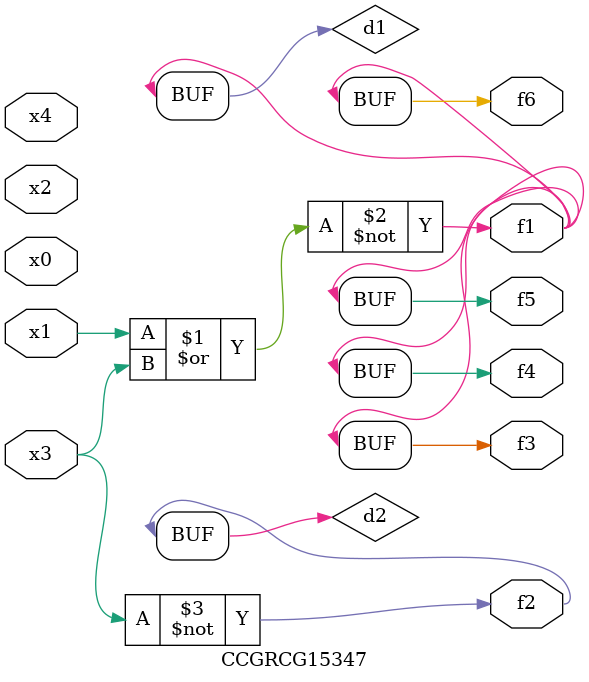
<source format=v>
module CCGRCG15347(
	input x0, x1, x2, x3, x4,
	output f1, f2, f3, f4, f5, f6
);

	wire d1, d2;

	nor (d1, x1, x3);
	not (d2, x3);
	assign f1 = d1;
	assign f2 = d2;
	assign f3 = d1;
	assign f4 = d1;
	assign f5 = d1;
	assign f6 = d1;
endmodule

</source>
